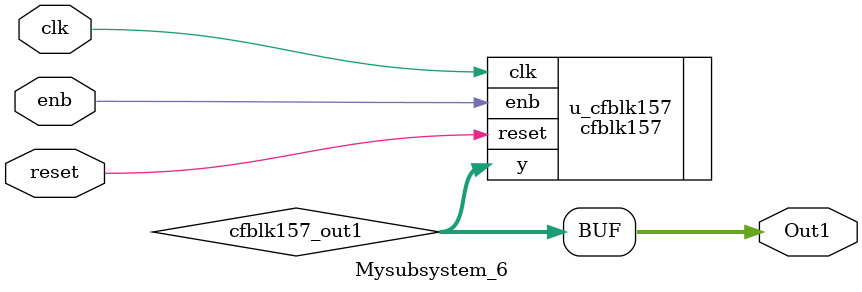
<source format=v>



`timescale 1 ns / 1 ns

module Mysubsystem_6
          (clk,
           reset,
           enb,
           Out1);


  input   clk;
  input   reset;
  input   enb;
  output  [7:0] Out1;  // uint8


  wire [7:0] cfblk157_out1;  // uint8


  cfblk157 u_cfblk157 (.clk(clk),
                       .reset(reset),
                       .enb(enb),
                       .y(cfblk157_out1)  // uint8
                       );

  assign Out1 = cfblk157_out1;

endmodule  // Mysubsystem_6


</source>
